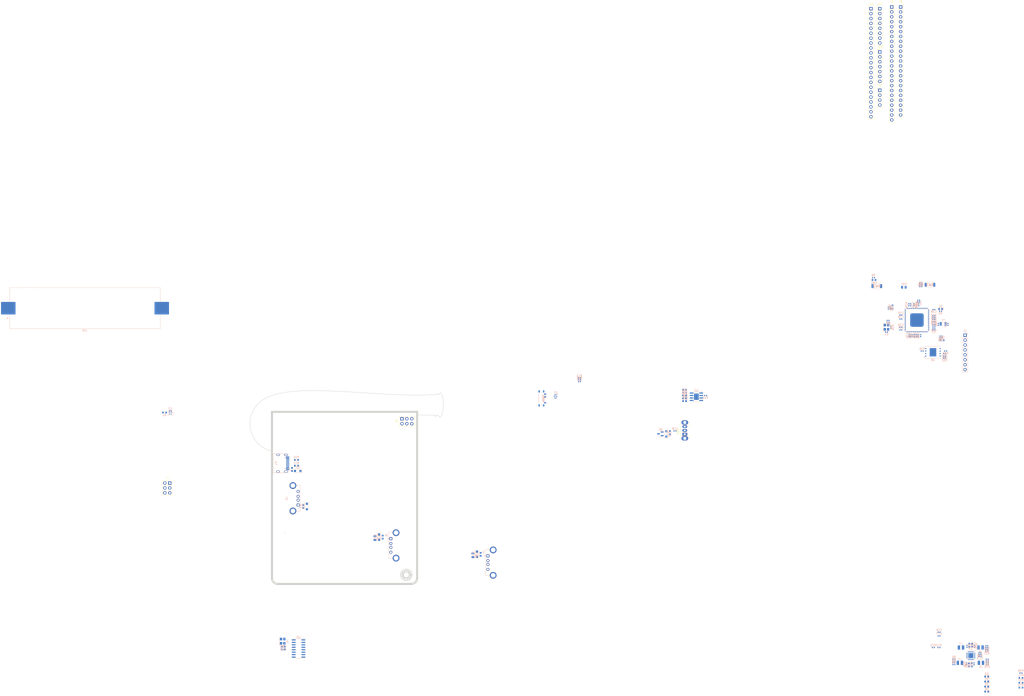
<source format=kicad_pcb>
(kicad_pcb (version 20241229) (generator "pcbnew") (generator_version "9.0")
  (layers (0 "F.Cu" signal) (2 "B.Cu" signal) (13 "F.Paste" user) (15 "B.Paste" user) (5 "F.SilkS" user "F.Silkscreen") (7 "B.SilkS" user "B.Silkscreen") (1 "F.Mask" user) (3 "B.Mask" user) (25 "Edge.Cuts" user))
  (net 0 "")
  (net 1 "Net-(U8A-CODEC_VCM)")
  (net 2 "GND")
  (net 3 "Net-(C3-Pad1)")
  (net 4 "/MCU/X24MIN")
  (net 5 "Net-(C5-Pad1)")
  (net 6 "/MCU/X32KOUT")
  (net 7 "/Buck_Converter/FB1")
  (net 8 "+3V3")
  (net 9 "+1V8")
  (net 10 "/Buck_Converter/FB2")
  (net 11 "/Buck_Converter/v_0.9v")
  (net 12 "/Buck_Converter/FB3")
  (net 13 "+5V")
  (net 14 "/Buck_Converter/VCC_DDR")
  (net 15 "/Buck_Converter/FB4")
  (net 16 "/MCU/USB_DET")
  (net 17 "/MCU/X32KIN")
  (net 18 "/MCU/VDD_ARM")
  (net 19 "/Buck_Converter/EN3")
  (net 20 "/Buck_Converter/EN2")
  (net 21 "/MCU/NPOR")
  (net 22 "/Buck_Converter/EN4")
  (net 23 "/MCU/VCC1V8_CODEC")
  (net 24 "/MCU/VCC1V8_OTP")
  (net 25 "/Buck_Converter/EN1")
  (net 26 "Net-(D1-A)")
  (net 27 "Net-(D2-A)")
  (net 28 "Net-(D3-A)")
  (net 29 "Net-(D4-A)")
  (net 30 "Net-(D5-A)")
  (net 31 "Net-(D6-A)")
  (net 32 "Net-(F1-Pad1)")
  (net 33 "Net-(U3-VDD18)")
  (net 34 "Net-(U3-VDD3)")
  (net 35 "/MCU/DEBUG_TX")
  (net 36 "/MCU/DEBUG_RX")
  (net 37 "/Buck_Converter/LX1")
  (net 38 "/Buck_Converter/LX2")
  (net 39 "/Buck_Converter/LX3")
  (net 40 "/Buck_Converter/LX4")
  (net 41 "/MCU/D-")
  (net 42 "Net-(P4-CC)")
  (net 43 "/MCU/D+")
  (net 44 "Net-(P4-VCONN)")
  (net 45 "/MCU/SZQ")
  (net 46 "/MCU/LED")
  (net 47 "Net-(U8A-SARADC_USB_AVDD1V8)")
  (net 48 "/MCU/FSPI_SCK")
  (net 49 "Net-(U8B-EMMC_CLK{slash}FSPI_CLK{slash}GPIO4_B1_D)")
  (net 50 "/MCU/X24MOUT")
  (net 51 "/MCU/RECOVERY")
  (net 52 "Net-(U8A-RTC_AVDD3V3)")
  (net 53 "Net-(U8A-SARADC_IN0{slash}GPI4_C0_Z)")
  (net 54 "Net-(U8A-SDMMC0_DET{slash}GPIO3_A1_U)")
  (net 55 "/MCU/FSPI_D3")
  (net 56 "/MCU/FSPI_D2")
  (net 57 "/MCU/FSPI_CS0N")
  (net 58 "/MCU/FSPI_D0")
  (net 59 "/MCU/FSPI_D1")
  (net 62 "+BATT")
  (net 63 "/MCU/GPIO0_A2_D")
  (net 64 "Net-(D14-K)")
  (net 65 "/MCU/GPIO0_A5_D")
  (net 66 "/MCU/GPIO3_A6_U")
  (net 67 "/MCU/GPIO3_A4_D")
  (net 68 "/MCU/GPIO3_A2_U")
  (net 69 "/MCU/GPIO1_A2_D")
  (net 70 "/MCU/GPIO1_A4_D")
  (net 71 "VBUS")
  (net 72 "Net-(D7-DIN)")
  (net 73 "/MCU/GPIO0_A6_D")
  (net 74 "Net-(D12-K)")
  (net 75 "Net-(D13-A)")
  (net 76 "/MCU/GPIO3_A3_U")
  (net 77 "Net-(J3-VBUS)")
  (net 78 "/MCU/GPIO1_B1_D")
  (net 79 "/MCU/GPIO3_A7_U")
  (net 80 "/USB/1_DM")
  (net 81 "/USB/1_DP")
  (net 82 "/MCU/GPIO3_A5_U")
  (net 83 "/MCU/GPIO1_A3_D")
  (net 84 "/MCU/GPIO3_B0_D")
  (net 85 "/MCU/GPIO3_B1_D")
  (net 86 "/MCU/GPIO3_D1_D")
  (net 87 "/MCU/GPIO4_A5_U")
  (net 88 "/MCU/GPIO3_C3_D")
  (net 89 "/MCU/GPIO3_B6_D")
  (net 90 "/MCU/GPIO2_A7_D")
  (net 91 "/MCU/GPIO4_C1_Z")
  (net 92 "/MCU/ETH_PHY_TXN")
  (net 93 "/MCU/DIN_IR")
  (net 94 "/MCU/GPIO1_D3_D")
  (net 95 "/MCU/CODEC_MIC0P")
  (net 96 "/MCU/GPIO2_A0_D_2")
  (net 97 "/MCU/GPIO1_C7_D")
  (net 98 "/MCU/CODEC_MICBIAS")
  (net 99 "/MCU/GPIO4_A7_U")
  (net 100 "/MCU/GPIO3_C1_D")
  (net 101 "/MCU/GPIO3_B4_D")
  (net 102 "/MCU/GPIO3_B7_D")
  (net 103 "/MCU/GPIO1_C1_D")
  (net 104 "/MCU/GPIO4_A1_U")
  (net 105 "/MCU/GPIO3_D2_D")
  (net 106 "/MCU/CODEC_MIC1N")
  (net 107 "/MCU/GPIO1_C0_D")
  (net 108 "Net-(D15-K)")
  (net 109 "/MCU/GPIO3_C7_D")
  (net 110 "/MCU/GPIO1_C4_D")
  (net 111 "/MCU/GPIO3_C0_D")
  (net 112 "/MCU/GPIO1_C5_D")
  (net 113 "/MCU/GPIO3_B5_D")
  (net 114 "/MCU/GPIO2_B1_D_2")
  (net 115 "/MCU/GPIO2_A3_D")
  (net 116 "/MCU/GPIO2_A_2_D")
  (net 117 "/MCU/ETH_PHY_TXP")
  (net 118 "/MCU/GPIO1_C3_D")
  (net 119 "/MCU/GPIO3_C2_D")
  (net 120 "/MCU/GPIO3_C4_D")
  (net 121 "/MCU/GPIO3_C5_D")
  (net 122 "/MCU/GPIO1_D1_D")
  (net 123 "/MCU/ETH_EXTR")
  (net 124 "/MCU/GPIO4_A0_U")
  (net 125 "/MCU/GPIO2_A0_D_1")
  (net 126 "/MCU/ETH_PHY_RXN")
  (net 127 "/MCU/GPIO2_B1_D_1")
  (net 128 "Net-(D16-K)")
  (net 129 "Net-(J4-VBUS)")
  (net 130 "/MCU/GPIO3_B3_D")
  (net 131 "/MCU/GPIO3_D3_D")
  (net 132 "/MCU/GPIO2_A6_D")
  (net 133 "/MCU/GPIO1_B0_D")
  (net 134 "/MCU/GPIO3_B2_D")
  (net 135 "/MCU/CODEC_MIC0N")
  (net 136 "/MCU/GPIO3_D0_D")
  (net 137 "Net-(J6-VBUS)")
  (net 138 "/MCU/GPIO1_D0_D")
  (net 139 "/MCU/GPIO2_A4_D")
  (net 140 "/USB/2_DP")
  (net 141 "/MCU/GPIO1_D2_D")
  (net 142 "/USB/2_DM")
  (net 143 "/MCU/ETH_PHY_RXP")
  (net 144 "/MCU/CODEC_LINEOUT")
  (net 145 "/MCU/GPIO1_C6_D")
  (net 146 "/MCU/GPIO2_A5_D")
  (net 147 "/MCU/CODEC_MIC1P")
  (net 148 "/USB/3_DP")
  (net 149 "/USB/3_DM")
  (net 150 "/USB/4_DM")
  (net 151 "/USB/4_DP")
  (net 156 "/MCU/ETH_AVDD3V3")
  (net 157 "/USB/S")
  (net 160 "/USB/XOUT")
  (net 162 "/USB/XIN")
  (net 165 "Net-(D16-A)")
  (net 166 "Net-(D8-K)")
  (net 167 "/Add-On/SCL")
  (net 168 "/Add-On/SDA")
  (net 169 "Net-(U2-PROG)")
  (net 171 "/MCU/GPIO0_A4_D")
  (net 172 "/MCU/GPIO0_A0_Z")
  (net 173 "/MCU/GPIO0_A1_D")
  (net 174 "/MCU/GPIO0_A3_U")
  (footprint "Connector_PinHeader_2.54mm:PinHeader_1x08_P2.54mm_Vertical" (layer "F.Cu") (at 414.92 -168.16)
    (property "Reference" "J12")
    (property "Value" "CODEC")
  )
  (footprint "Connector_PinSocket_2.54mm:PinSocket_2x03_P2.54mm_Vertical" (layer "F.Cu") (at 167.76 43.96 90)
    (property "Reference" "J9")
    (property "Value" "Add_On")
  )
  (footprint "Button_Switch_THT:SW_Slide_SPDT_Angled_CK_OS102011MA1Q" (layer "F.Cu") (at 314.04 51.97 90)
    (property "Reference" "SW1")
    (property "Value" "ON")
  )
  (footprint "Connector_PinHeader_2.54mm:PinHeader_1x04_P2.54mm_Vertical" (layer "F.Cu") (at 414.92 -125.94)
    (property "Reference" "J2")
    (property "Value" "Conn_01x04")
  )
  (footprint "Connector_PinHeader_2.54mm:PinHeader_1x07_P2.54mm_Vertical" (layer "F.Cu") (at 414.92 -145.78)
    (property "Reference" "J13")
    (property "Value" "ETH")
  )
  (footprint "Connector_PinSocket_2.54mm:PinSocket_1x24_P2.54mm_Vertical" (layer "F.Cu") (at 421.06 -169.02)
    (property "Reference" "J5")
    (property "Value" "3V3")
  )
  (footprint "Connector_PinSocket_2.54mm:PinSocket_2x03_P2.54mm_Vertical" (layer "F.Cu") (at 47.66 77.197)
    (property "Reference" "J7")
    (property "Value" "Add_On")
  )
  (footprint "Connector_PinSocket_2.54mm:PinSocket_1x23_P2.54mm_Vertical" (layer "F.Cu") (at 425.66 -169.02)
    (property "Reference" "J8")
    (property "Value" "3V3")
  )
  (footprint "Connector_PinHeader_2.54mm:PinHeader_1x23_P2.54mm_Vertical" (layer "F.Cu") (at 410.33 -168.15)
    (property "Reference" "J14")
    (property "Value" "+1V8")
  )
  (footprint "Footprints:TS1088R02026" (layer "B.Cu") (at 413.345 -24.65 180)
    (property "Reference" "SW2")
    (property "Value" "SW_Push" (hide yes))
  )
  (footprint "Resistor_SMD:R_0402_1005Metric" (layer "B.Cu") (at 446.31 -11.64)
    (property "Reference" "R3")
    (property "Value" "100")
  )
  (footprint "Capacitor_SMD:C_0402_1005Metric" (layer "B.Cu") (at 436.13 -25.34 180)
    (property "Reference" "C5")
    (property "Value" "1nF")
  )
  (footprint "Diode_SMD:D_SOD-123F" (layer "B.Cu") (at 155.92 105.17 -90)
    (property "Reference" "D15")
    (property "Value" "1N5817")
  )
  (footprint "Capacitor_SMD:C_0603_1608Metric" (layer "B.Cu") (at 313.9225 34.8 180)
    (property "Reference" "C71")
    (property "Value" "10uF")
  )
  (footprint "Package_SON:WSON-8-1EP_8x6mm_P1.27mm_EP3.4x4.3mm" (layer "B.Cu") (at 442.4 9.555)
    (property "Reference" "U6")
    (property "Value" "W25N02KVZEIR")
  )
  (footprint "Resistor_SMD:R_0402_1005Metric" (layer "B.Cu") (at 436.13 -24.41 180)
    (property "Reference" "R25")
    (property "Value" "100")
  )
  (footprint "Resistor_SMD:R_0402_1005Metric" (layer "B.Cu") (at 259.58 22.88 180)
    (property "Reference" "R13")
    (property "Value" "10K")
  )
  (footprint "Connector_USB:USB_A_Connfly_DS1095" (layer "B.Cu") (at 162 105.96 -90)
    (property "Reference" "J6")
    (property "Value" "USB_A")
  )
  (footprint "Capacitor_SMD:C_0402_1005Metric" (layer "B.Cu") (at 430.12 0.95 -90)
    (property "Reference" "C34")
    (property "Value" "10uF")
  )
  (footprint "Resistor_SMD:R_0402_1005Metric" (layer "B.Cu") (at 436.13 -26.27)
    (property "Reference" "R26")
    (property "Value" "10K")
  )
  (footprint "Capacitor_SMD:C_0402_1005Metric" (layer "B.Cu") (at 434.99 -16.44)
    (property "Reference" "C48")
    (property "Value" "10uF")
  )
  (footprint "Capacitor_SMD:C_0603_1608Metric" (layer "B.Cu") (at 462.655 161.0675 90)
    (property "Reference" "C58")
    (property "Value" "47uF")
  )
  (footprint "Resistor_SMD:R_0805_2012Metric" (layer "B.Cu") (at 427.3525 -24.06 180)
    (property "Reference" "R34")
    (property "Value" "6K")
  )
  (footprint "Capacitor_SMD:C_0402_1005Metric" (layer "B.Cu") (at 470.46 169.25)
    (property "Reference" "C9")
    (property "Value" "220pf")
  )
  (footprint "Connector_PinHeader_2.54mm:PinHeader_1x08_P2.54mm_Vertical" (layer "B.Cu") (at 459 0.73 180)
    (property "Reference" "J1")
    (property "Value" "Flash")
  )
  (footprint "LED_SMD:LED_0603_1608Metric" (layer "B.Cu") (at 470.175 177.28 180)
    (property "Reference" "D3")
    (property "Value" "LED")
  )
  (footprint "Capacitor_SMD:C_0402_1005Metric" (layer "B.Cu") (at 419.18 -6.91)
    (property "Reference" "C3")
    (property "Value" "18pF")
  )
  (footprint "Capacitor_SMD:C_0402_1005Metric" (layer "B.Cu") (at 434.99 -17.36)
    (property "Reference" "C49")
    (property "Value" "100nF")
  )
  (footprint "Capacitor_SMD:C_0402_1005Metric" (layer "B.Cu") (at 259.58 24.75 180)
    (property "Reference" "C54")
    (property "Value" "100nF")
  )
  (footprint "LED_SMD:LED_0603_1608Metric" (layer "B.Cu") (at 313.8825 31.88 180)
    (property "Reference" "D16")
    (property "Value" "LED")
  )
  (footprint "Package_SO:SOIC-8-1EP_3.9x4.9mm_P1.27mm_EP2.41x3.3mm_ThermalVias" (layer "B.Cu") (at 320.04 32.55 180)
    (property "Reference" "U2")
    (property "Value" "TP4056")
  )
  (footprint "Battery:BatteryHolder_Keystone_1042_1x18650" (layer "B.Cu") (at 3.83 -13.24)
    (property "Reference" "J10")
    (property "Value" "Battery")
  )
  (footprint "Capacitor_SMD:C_0402_1005Metric" (layer "B.Cu") (at 442.84 -9.38)
    (property "Reference" "C23")
    (property "Value" "100nF")
  )
  (footprint "Resistor_SMD:R_0402_1005Metric" (layer "B.Cu") (at 442.86 -6.22 180)
    (property "Reference" "R27")
    (property "Value" "100")
  )
  (footprint "Capacitor_SMD:C_0402_1005Metric" (layer "B.Cu") (at 442.84 -7.51)
    (property "Reference" "C41")
    (property "Value" "100nF")
  )
  (footprint "Capacitor_SMD:C_0402_1005Metric" (layer "B.Cu") (at 466.69 165.84)
    (property "Reference" "C14")
    (property "Value" "100nF")
  )
  (footprint "Resistor_SMD:R_0402_1005Metric" (layer "B.Cu") (at 470.245 164.1)
    (property "Reference" "R21")
    (property "Value" "200K")
  )
  (footprint "Capacitor_SMD:C_0402_1005Metric" (layer "B.Cu") (at 453.23 171.09 180)
    (property "Reference" "C8")
    (property "Value" "22uf")
  )
  (footprint "Capacitor_SMD:C_0402_1005Metric" (layer "B.Cu") (at 470.245 162.23)
    (property "Reference" "C11")
    (property "Value" "220pf")
  )
  (footprint "Resistor_SMD:R_0402_1005Metric" (layer "B.Cu") (at 324.82 31.91)
    (property "Reference" "R32")
    (property "Value" "10K")
  )
  (footprint "Resistor_SMD:R_0603_1608Metric" (layer "B.Cu") (at 487.905 182.99 180)
    (property "Reference" "R43")
    (property "Value" "50")
  )
  (footprint "Resistor_SMD:R_0402_1005Metric" (layer "B.Cu") (at 487.905 175.46 180)
    (property "Reference" "R39")
    (property "Value" "330")
  )
  (footprint "Connector_USB:USB_A_Connfly_DS1095" (layer "B.Cu") (at 114.0725 88.57 90)
    (property "Reference" "J3")
    (property "Value" "USB_A")
  )
  (footprint "Capacitor_SMD:C_0402_1005Metric" (layer "B.Cu") (at 442.84 -2.03)
    (property "Reference" "C1")
    (property "Value" "4.7uf")
  )
  (footprint "Resistor_SMD:R_0402_1005Metric" (layer "B.Cu") (at 442.86 -4.82 180)
    (property "Reference" "R30")
    (property "Value" "0R")
  )
  (footprint "Footprints:WS2812E-1313" (layer "B.Cu") (at 47.95 41.135 180)
    (property "Reference" "D7")
    (property "Value" "WS2812E-1313")
  )
  (footprint "Capacitor_SMD:C_0402_1005Metric" (layer "B.Cu") (at 470.46 171.11)
    (property "Reference" "C10")
    (property "Value" "22uf")
  )
  (footprint "Resistor_SMD:R_0603_1608Metric" (layer "B.Cu") (at 113.21 65.21 180)
    (property "Reference" "R15")
    (property "Value" "5k1")
  )
  (footprint "Capacitor_SMD:C_0805_2012Metric" (layer "B.Cu") (at 153.79 105.67 90)
    (property "Reference" "C57")
    (property "Value" "100uF")
  )
  (footprint "Capacitor_SMD:C_0402_1005Metric" (layer "B.Cu") (at 425.78 -9.72 180)
    (property "Reference" "C40")
    (property "Value" "1uF")
  )
  (footprint "Package_SO:SOP-16_3.9x9.9mm_P1.27mm" (layer "B.Cu") (at 114.28 162.775 180)
    (property "Reference" "U3")
    (property "Value" "SL2.1A")
  )
  (footprint "Capacitor_SMD:C_0402_1005Metric" (layer "B.Cu") (at 47.95 39.86 180)
    (property "Reference" "C2")
    (property "Value" "100nF")
  )
  (footprint "Capacitor_SMD:C_0402_1005Metric" (layer "B.Cu") (at 419.34 -13.3 90)
    (property "Reference" "C64")
    (property "Value" "10uF")
  )
  (footprint "Diode_SMD:D_SOD-123F" (layer "B.Cu") (at 113.8375 70.94 180)
    (property "Reference" "D2")
    (property "Value" "1N5817")
  )
  (footprint "Capacitor_SMD:C_0402_1005Metric" (layer "B.Cu") (at 448.395 11.6)
    (property "Reference" "C51")
    (property "Value" "10uF")
  )
  (footprint "Capacitor_SMD:C_0402_1005Metric" (layer "B.Cu") (at 425.78 -2.02 180)
    (property "Reference" "C24")
    (property "Value" "10uF")
  )
  (footprint "Resistor_SMD:R_0402_1005Metric" (layer "B.Cu") (at 453.23 168.3 180)
    (property "Reference" "R5")
    (property "Value" "110K")
  )
  (footprint "Crystal:Crystal_SMD_3215-2Pin_3.2x1.5mm" (layer "B.Cu") (at 447.66 -5.14 180)
    (property "Reference" "Y1")
    (property "Value" "Crystal")
  )
  (footprint "Resistor_SMD:R_0603_1608Metric" (layer "B.Cu") (at 306.37 51.165 -90)
    (property "Reference" "R11")
    (property "Value" "100K")
  )
  (footprint "Resistor_SMD:R_0402_1005Metric" (layer "B.Cu") (at 459.795 170.6975 -90)
    (property "Reference" "R38")
    (property "Value" "100K")
  )
  (footprint "Diode_SMD:D_SOD-123F" (layer "B.Cu") (at 304.49 51.7375 90)
    (property "Reference" "D12")
    (property "Value" "MBR120")
  )
  (footprint "Footprints:TS1088R02026" (layer "B.Cu") (at 440.845 -25.33 180)
    (property "Reference" "SW3")
    (property "Value" "SW_Push" (hide yes))
  )
  (footprint "LED_SMD:LED_0603_1608Metric" (layer "B.Cu") (at 313.8825 33.34 180)
    (property "Reference" "D8")
    (property "Value" "LED")
  )
  (footprint "Capacitor_SMD:C_0402_1005Metric" (layer "B.Cu") (at 466.69 164.92)
    (property "Reference" "C15")
    (property "Value" "100nF")
  )
  (footprint "Resistor_SMD:R_0402_1005Metric" (layer "B.Cu") (at 442.86 -8.45 180)
    (property "Reference" "R33")
    (property "Value" "10K")
  )
  (footprint "Capacitor_SMD:C_0402_1005Metric" (layer "B.Cu") (at 425.78 -7.63 180)
    (property "Reference" "C26")
    (property "Value" "100nF")
  )
  (footprint "Fuse:Fuse_0603_1608Metric" (layer "B.Cu") (at 208.46 114.0625 -90)
    (property "Reference" "F3")
    (property "Value" "750mA")
  )
  (footprint "Resistor_SMD:R_0402_1005Metric" (layer "B.Cu") (at 463.855 161.6175 90)
    (property "Reference" "R20")
    (property "Value" "100K")
  )
  (footprint "Capacitor_SMD:C_0402_1005Metric" (layer "B.Cu") (at 433.82 0.95 -90)
    (property "Reference" "C36")
    (property "Value" "100nF")
  )
  (footprint "Crystal:Crystal_SMD_3225-4Pin_3.2x2.5mm" (layer "B.Cu") (at 418.36 -3.41 90)
    (property "Reference" "Y2")
    (property "Value" "24MHz")
  )
  (footprint "Crystal:Crystal_SMD_3225-4Pin_3.2x2.5mm" (layer "B.Cu") (at 106.07 158.98 90)
    (property "Reference" "Y5")
    (property "Value" "12MHz")
  )
  (footprint "Resistor_SMD:R_0402_1005Metric" (layer "B.Cu") (at 420.58 -3.4 90)
    (property "Reference" "R18")
    (property "Value" "1M")
  )
  (footprint "Package_DFN_QFN:UQFN-10_1.3x1.8mm_P0.4mm" (layer "B.Cu") (at 247.195 32.38 180)
    (property "Reference" "U1")
    (property "Value" "USB3740B-AI9")
  )
  (footprint "Resistor_SMD:R_0402_1005Metric" (layer "B.Cu") (at 429.86 -15.04 -90)
    (property "Reference" "R29")
    (property "Value" "10K")
  )
  (footprint "Resistor_SMD:R_0603_1608Metric" (layer "B.Cu") (at 44.96 40.74)
    (property "Reference" "R4")
    (property "Value" "470R")
  )
  (footprint "Resistor_SMD:R_0402_1005Metric" (layer "B.Cu") (at 445.505 162.25 180)
    (property "Reference" "R12")
    (property "Value" "100K")
  )
  (footprint "Inductor_SMD:L_1008_2520Metric" (layer "B.Cu") (at 467.005 162.23)
    (property "Reference" "L6")
    (property "Value" "1.5uH")
  )
  (footprint "Footprints:RV1106G3" (layer "B.Cu") (at 434.105 -7.105 180)
    (property "Reference" "U8")
    (property "Value" "~")
  )
  (footprint "Resistor_SMD:R_0402_1005Metric" (layer "B.Cu") (at 470.48 168.32)
    (property "Reference" "R7")
    (property "Value" "100K")
  )
  (footprint "Footprints:MSK12C02" (layer "B.Cu") (at 239.88 33.425 90)
    (property "Reference" "SW4")
    (property "Value" "On" (hide yes))
  )
  (footprint "Capacitor_SMD:C_0603_1608Metric" (layer "B.Cu") (at 313.9225 28.96)
    (property "Reference" "C70")
    (property "Value" "10uF")
  )
  (footprint "Capacitor_SMD:C_0603_1608Metric" (layer "B.Cu") (at 106.35 161.81)
    (property "Reference" "C19")
    (property "Value" "10uF")
  )
  (footprint "Capacitor_SMD:C_0603_1608Metric" (layer "B.Cu") (at 460.995 171.2475 -90)
    (property "Reference" "C86")
    (property "Value" "47uF")
  )
  (footprint "Capacitor_SMD:C_0402_1005Metric" (layer "B.Cu") (at 431.04 0.95 -90)
    (property "Reference" "C27")
    (property "Value" "1uF")
  )
  (footprint "Resistor_SMD:R_0402_1005Metric" (layer "B.Cu") (at 436.83 8.92 180)
    (property "Reference" "R36")
    (property "Value" "10K")
  )
  (footprint "Capacitor_SMD:C_0805_2012Metric" (layer "B.Cu") (at 204.45 114.57 90)
    (property "Reference" "C56")
    (property "Value" "100uF")
  )
  (footprint "Package_DFN_QFN:VQFN-24-1EP_4x4mm_P0.5mm_EP2.5x2.5mm" (layer "B.Cu") (at 461.96 166.4225 180)
    (property "Reference" "U7")
    (property "Value" "EA3059")
  )
  (footprint "Resistor_SMD:R_0402_1005Metric" (layer "B.Cu") (at 432.89 0.97 -90)
    (property "Reference" "R2")
    (property "Value" "240R")
  )
  (footprint "Diode_SMD:D_SOD-123F" (layer "B.Cu") (at 206.58 114.07 -90)
    (property "Reference" "D14")
    (property "Value" "1N5817")
  )
  (footprint "LED_SMD:LED_0603_1608Metric" (layer "B.Cu") (at 470.175 179.87 180)
    (property "Reference" "D4")
    (property "Value" "LED")
  )
  (footprint "Capacitor_SMD:C_0402_1005Metric" (layer "B.Cu") (at 445.565 156.31 180)
    (property "Reference" "C17")
    (property "Value" "22uf")
  )
  (footprint "Capacitor_SMD:C_0402_1005Metric" (layer "B.Cu") (at 436.02 0.95 -90)
    (property "Reference" "C38")
    (property "Value" "10uF")
  )
  (footprint "Fuse:Fuse_0603_1608Metric" (layer "B.Cu") (at 110.9 70.1575 -90)
    (property "Reference" "F1")
    (property "Value" "750mA")
  )
  (footprint "Package_TO_SOT_SMD:SOT-23" (layer "B.Cu") (at 301.385 51.745 180)
    (property "Reference" "Q1")
    (property "Value" "DMG3415U-7")
  )
  (footprint "Capacitor_SMD:C_0603_1608Metric" (layer "B.Cu") (at 411.91 -27.84)
    (property "Reference" "C60")
    (property "Value" "10uF")
  )
  (footprint "Inductor_SMD:L_1008_2520Metric" (layer "B.Cu") (at 467.22 170.17)
    (property "Reference" "L5")
    (property "Value" "1.5uH")
  )
  (footprint "LED_SMD:LED_0603_1608Metric" (layer "B.Cu") (at 470.175 185.05 180)
    (property "Reference" "D6")
    (property "Value" "LED")
  )
  (footprint "Capacitor_SMD:C_0402_1005Metric" (layer "B.Cu") (at 446.54 2.14)
    (property "Reference" "C63")
    (property "Value" "100nF")
  )
  (footprint "Resistor_SMD:R_0402_1005Metric" (layer "B.Cu") (at 459.995 161.6175 90)
    (property "Reference" "R24")
    (property "Value" "100K")
  )
  (footprint "Inductor_SMD:L_1008_2520Metric" (layer "B.Cu") (at 456.325 170.18 180)
    (property "Reference" "L4")
    (property "Value" "1.5uH")
  )
  (footprint "Capacitor_SMD:C_0402_1005Metric" (layer "B.Cu") (at 450.12 -4.9 -90)
    (property "Reference" "C20")
    (property "Value" "18pF")
  )
  (footprint "Resistor_SMD:R_0603_1608Metric" (layer "B.Cu") (at 313.9225 30.42 180)
    (property "Reference" "R31")
    (property "Value" "2k")
  )
  (footprint "Resistor_SMD:R_0402_1005Metric" (layer "B.Cu") (at 463.655 170.6975 -90)
    (property "Reference" "R22")
    (property "Value" "100K")
  )
  (footprint "Capacitor_SMD:C_0402_1005Metric" (layer "B.Cu") (at 418.36 -0.85)
    (property "Reference" "C4")
    (property "Value" "18pF")
  )
  (footprint "Footprints:C393939" (layer "B.Cu") (at 107.8175 66.96 90)
    (property "Reference" "P4")
    (property "Value" "USB_C_Plug_USB2.0" (hide yes))
  )
  (footprint "Capacitor_SMD:C_0402_1005Metric" (layer "B.Cu") (at 309.01 50.23 180)
    (property "Reference" "C18")
    (property "Value" "10uF")
  )
  (footprint "Resistor_SMD:R_0402_1005Metric" (layer "B.Cu") (at 442.595 162.25 180)
    (property "Reference" "R23")
    (property "Value" "200K")
  )
  (footprint "Capacitor_SMD:C_0603_1608Metric" (layer "B.Cu") (at 106.35 163.27 180)
    (property "Reference" "C55")
    (property "Value" "10uF")
  )
  (footprint "Capacitor_SMD:C_0402_1005Metric" (layer "B.Cu") (at 434.74 0.95 -90)
    (property "Reference" "C35")
    (property "Value" "1uF")
  )
  (footprint "Resistor_SMD:R_0603_1608Metric" (layer "B.Cu") (at 487.905 177.97 180)
    (property "Reference" "R41")
    (property "Value" "50")
  )
  (footprint "Resistor_SMD:R_0402_1005Metric" (layer "B.Cu") (at 453.23 169.24 180)
    (property "Reference" "R1")
    (property "Value" "510K")
  )
  (footprint "LED_SMD:LED_0603_1608Metric" (layer "B.Cu") (at 470.175 182.46 180)
    (property "Reference" "D5")
    (property "Value" "LED")
  )
  (footprint "Resistor_SMD:R_0402_1005Metric" (layer "B.Cu") (at 470.48 170.18)
    (property "Reference" "R8")
    (property "Value" "200K")
  )
  (footprint "Resistor_SMD:R_0402_1005Metric" (layer "B.Cu") (at 411.65 -29.04 180)
    (property "Reference" "R9")
    (property "Value" "100K")
  )
  (footprint "Capacitor_SMD:C_0402_1005Metric" (layer "B.Cu") (at 442.84 -12.53)
    (property "Reference" "C28")
    (property "Value" "10uF")
  )
  (footprint "Capacitor_SMD:C_0402_1005Metric" (layer "B.Cu") (at 448.395 12.52)
    (property "Reference" "C52")
    (property "Value" "100nF")
  )
  (footprint "Capacitor_SMD:C_0402_1005Metric" (layer "B.Cu") (at 430.79 -15.02 90)
    (property "Reference" "C25")
    (property "Value" "1uF")
  )
  (footprint "Connector_USB:USB_A_Connfly_DS1095" (layer "B.Cu") (at 212.2175 114.85 -90)
    (property "Reference" "J4")
    (property "Value" "USB_A")
  )
  (footprint "Resistor_SMD:R_0402_1005Metric" (layer "B.Cu") (at 470.245 163.16)
    (property "Reference" "R6")
    (property "Value" "100K")
  )
  (footprint "Capacitor_SMD:C_0402_1005Metric" (layer "B.Cu") (at 420.26 -13.3 90)
    (property "Reference" "C65")
    (property "Value" "100nF")
  )
  (footprint "Resistor_SMD:R_0402_1005Metric" (layer "B.Cu") (at 442.86 -3.88 180)
    (property "Reference" "R10")
    (property "Value" "0R")
  )
  (footprint "Fuse:Fuse_0603_1608Metric" (layer "B.Cu") (at 116.7 89.3575 -90)
    (property "Reference" "F2")
    (property "Value" "750mA")
  )
  (footprint "Capacitor_SMD:C_0402_1005Metric" (layer "B.Cu") (at 445.2 -4.9 -90)
    (property "Reference" "C6")
    (property "Value" "18pF")
  )
  (footprint "Capacitor_SMD:C_0402_1005Metric" (layer "B.Cu") (at 442.84 -2.95)
    (property "Reference" "C42")
    (property "Value" "100nF")
  )
  (footprint "Capacitor_SMD:C_0402_1005Metric" (layer "B.Cu") (at 431.96 0.95 -90)
    (property "Reference" "C29")
    (property "Value" "1uF")
  )
  (footprint "Capacitor_SMD:C_0402_1005Metric" (layer "B.Cu") (at 453.23 170.17 180)
    (property "Reference" "C7")
    (property "Value" "220pf")
  )
  (footprint "Inductor_SMD:L_1008_2520Metric" (layer "B.Cu") (at 456.89 162.25 180)
    (property "Reference" "L7")
    (property "Value" "1.5uH")
  )
  (footprint "Capacitor_SMD:C_0402_1005Metric" (layer "B.Cu") (at 445.565 154.34 180)
    (property "Reference" "C16")
    (property "Value" "220pf")
  )
  (footprint "Capacitor_SMD:C_0402_1005Metric" (layer "B.Cu") (at 466.69 166.76)
    (property "Reference" "C13")
    (property "Value" "100nF")
  )
  (footprint "Resistor_SMD:R_0402_1005Metric" (layer "B.Cu") (at 434.99 -15.04 -90)
    (property "Reference" "R28")
    (property "Value" "0R")
  )
  (footprint "Diode_SMD:D_SOD-123F" (layer "B.Cu") (at 118.58 89.35 -90)
    (property "Reference" "D13")
    (property "Value" "1N5817")
  )
  (footprint "Capacitor_SMD:C_0402_1005Metric" (layer "B.Cu") (at 432.54 -15.02 90)
    (property "Reference" "C39")
    (property "Value" "1uF")
  )
  (footprint "Resistor_SMD:R_0402_1005Metric" (layer "B.Cu") (at 419.18 -5.98)
    (property "Reference" "R17")
    (property "Value" "22")
  )
  (footprint "Capacitor_SMD:C_0402_1005Metric" (layer "B.Cu") (at 425.78 -3.43 180)
    (property "Reference" "C30")
    (property "Value" "1uF")
  )
  (footprint "Resistor_SMD:R_0603_1608Metric" (layer "B.Cu") (at 487.905 180.48 180)
    (property "Reference" "R42")
    (property "Value" "50")
  )
  (footprint "Resistor_SMD:R_0603_1608Metric" (layer "B.Cu") (at 113.2 68.22 180)
    (property "Reference" "R14")
    (property "Value" "5k1")
  )
  (footprint "LED_SMD:LED_0603_1608Metric" (layer "B.Cu") (at 446.31 -12.84 180)
    (property "Reference" "D1")
    (property "Value" "LED")
  )
  (footprint "Inductor_SMD:L_0603_1608Metric" (layer "B.Cu") (at 421.46 -13.8725 -90)
    (property "Reference" "FB2")
    (property "Value" "120R@100M")
  )
  (footprint "Capacitor_SMD:C_0603_1608Metric" (layer "B.Cu") (at 462.455 171.2475 -90)
    (property "Reference" "C59")
    (property "Value" "47uF")
  )
  (footprint "Capacitor_SMD:C_0603_1608Metric" (layer "B.Cu") (at 461.195 161.0675 90)
    (property "Reference" "C61")
    (property "Value" "47uF")
  )
  (footprint "Resistor_SMD:R_0402_1005Metric" (layer "B.Cu") (at 448.97 8.92)
    (property "Reference" "R16")
    (property "Value" "22")
  )
  (footprint "Capacitor_SMD:C_0402_1005Metric" (layer "B.Cu") (at 470.245 161.31)
    (property "Reference" "C12")
    (property "Value" "22uf")
  )
  (footprint "Fuse:Fuse_0603_1608Metric" (layer "B.Cu") (at 157.8 105.165 -90)
    (property "Reference" "F4")
    (property "Value" "750mA")
  )
  (footprint "Inductor_SMD:L_0603_1608Metric" (layer "B.Cu") (at 447.11 3.33 180)
    (property "Reference" "FB1")
    (property "Value" "120R@100M")
  )
  (footprint "Resistor_SMD:R_0402_1005Metric" (layer "B.Cu") (at 448.42 10.19)
    (property "Reference" "R35")
    (property "Value" "10K")
  )
  (footprint "Resistor_SMD:R_0402_1005Metric" (layer "B.Cu") (at 259.58 23.82 180)
    (property "Reference" "R19")
    (property "Value" "18k")
  )
  (footprint "Capacitor_SMD:C_0402_1005Metric" (layer "B.Cu") (at 446.54 1.22)
    (property "Reference" "C62")
    (property "Value" "10uF")
  )
  (gr_line (start 171.927416 124.03618) (end 171.976853 124.223121) (stroke (width 0.2)) (layer "Edge.Cuts"))
  (gr_line (start 175.596357 126.385665) (end 175.596357 40.374326) (stroke (width 1.06)) (layer "Edge.Cuts"))
  (gr_curve (pts (xy 185.418088 42.530094) (xy 185.42515 42.526562) (xy 185.432213 42.526562) (xy 185.442806 42.523031)) (stroke (width 0.18)) (layer "Edge.Cuts"))
  (gr_curve (pts (xy 171.867472 124.685241) (xy 171.867472 125.715374) (xy 171.027816 126.554992) (xy 169.997732 126.554992)) (stroke (width 0.2)) (layer "Edge.Cuts"))
  (gr_curve (pts (xy 169.733149 126.699644) (xy 169.532041 126.6785) (xy 169.341614 126.622) (xy 169.165225 126.544399)) (stroke (width 0.2)) (layer "Edge.Cuts"))
  (gr_line (start 170.205902 122.656755) (end 169.997732 122.646204) (stroke (width 0.2)) (layer "Edge.Cuts"))
  (gr_line (start 170.205902 122.656755) (end 170.407009 122.688536) (stroke (width 0.2)) (layer "Edge.Cuts"))
  (gr_curve (pts (xy 169.997732 126.720789) (xy 171.119541 126.720789) (xy 172.033267 125.810631) (xy 172.033267 124.685241)) (stroke (width 0.2)) (layer "Edge.Cuts"))
  (gr_line (start 170.759787 122.794387) (end 170.600968 122.73793) (stroke (width 0.2)) (layer "Edge.Cuts"))
  (gr_curve (pts (xy 166.970871 124.685241) (xy 166.970871 126.350395) (xy 168.325569 127.712121) (xy 169.997732 127.712121)) (stroke (width 0.2)) (layer "Edge.Cuts"))
  (gr_line (start 168.124461 125.489589) (end 168.089235 125.401394) (stroke (width 0.2)) (layer "Edge.Cuts"))
  (gr_line (start 91.599469 54.602139) (end 91.603 54.60567) (stroke (width 0.18)) (layer "Edge.Cuts"))
  (gr_line (start 171.980385 124.233715) (end 171.976853 124.223121) (stroke (width 0.2)) (layer "Edge.Cuts"))
  (gr_line (start 100.525229 45.750691) (end 100.525229 126.385665) (stroke (width 1.06)) (layer "Edge.Cuts"))
  (gr_line (start 168.865329 126.375071) (end 169.027593 126.47386) (stroke (width 0.2)) (layer "Edge.Cuts"))
  (gr_line (start 168.004572 125.115665) (end 168.046861 125.27793) (stroke (width 0.2)) (layer "Edge.Cuts"))
  (gr_curve (pts (xy 185.259353 42.561831) (xy 185.273478 42.5583) (xy 185.287603 42.5583) (xy 185.301642 42.554769)) (stroke (width 0.18)) (layer "Edge.Cuts"))
  (gr_curve (pts (xy 168.304382 125.817694) (xy 168.269155 125.764768) (xy 168.233843 125.711886) (xy 168.205593 125.655386)) (stroke (width 0.2)) (layer "Edge.Cuts"))
  (gr_line (start 172.858798 124.685241) (end 173.024593 124.685241) (stroke (width 0.2)) (layer "Edge.Cuts"))
  (gr_line (start 168.692472 126.248075) (end 168.703065 126.255138) (stroke (width 0.2)) (layer "Edge.Cuts"))
  (gr_curve (pts (xy 167.136753 124.685241) (xy 167.136753 126.2622) (xy 168.420826 127.546325) (xy 169.997732 127.546325)) (stroke (width 0.2)) (layer "Edge.Cuts"))
  (gr_line (start 171.617013 123.457573) (end 171.595826 123.429366) (stroke (width 0.2)) (layer "Edge.Cuts"))
  (gr_curve (pts (xy 187.982814 30.690851) (xy 187.753541 30.493274) (xy 187.397228 30.549774) (xy 187.2279 30.803764)) (stroke (width 0.18)) (layer "Edge.Cuts"))
  (gr_curve (pts (xy 168.124461 125.489589) (xy 168.131524 125.507246) (xy 168.138586 125.524902) (xy 168.145649 125.538984)) (stroke (width 0.2)) (layer "Edge.Cuts"))
  (gr_line (start 168.854736 126.368009) (end 168.865329 126.375071) (stroke (width 0.2)) (layer "Edge.Cuts"))
  (gr_line (start 184.497377 42.067934) (end 184.497377 42.071465) (stroke (width 0.18)) (layer "Edge.Cuts"))
  (gr_line (start 103.527371 129.387827) (end 172.594214 129.387827) (stroke (width 1.06)) (layer "Edge.Cuts"))
  (gr_line (start 186.444736 42.099715) (end 186.564627 42.149066) (stroke (width 0.18)) (layer "Edge.Cuts"))
  (gr_line (start 170.600968 122.73793) (end 170.407009 122.688536) (stroke (width 0.2)) (layer "Edge.Cuts"))
  (gr_curve (pts (xy 172.858798 124.685241) (xy 172.858798 123.104793) (xy 171.571107 121.824242) (xy 169.997732 121.824242)) (stroke (width 0.2)) (layer "Edge.Cuts"))
  (gr_line (start 171.617013 123.457573) (end 171.708739 123.584611) (stroke (width 0.2)) (layer "Edge.Cuts"))
  (gr_curve (pts (xy 168.205593 125.655386) (xy 168.233843 125.711886) (xy 168.269155 125.764768) (xy 168.304382 125.817694)) (stroke (width 0.2)) (layer "Edge.Cuts"))
  (gr_line (start 167.976322 124.946294) (end 167.99751 125.069802) (stroke (width 0.2)) (layer "Edge.Cuts"))
  (gr_line (start 171.708739 123.584611) (end 171.761621 123.672806) (stroke (width 0.2)) (layer "Edge.Cuts"))
  (gr_curve (pts (xy 171.867472 124.685241) (xy 171.867472 125.715374) (xy 171.027816 126.554992) (xy 169.997732 126.554992)) (stroke (width 1.06)) (layer "Edge.Cuts"))
  (gr_curve (pts (xy 169.997732 126.554992) (xy 168.964117 126.554992) (xy 168.12093 125.715374) (xy 168.12093 124.685241)) (stroke (width 1.06)) (layer "Edge.Cuts"))
  (gr_line (start 171.842753 123.83154) (end 171.90976 123.986743) (stroke (width 0.2)) (layer "Edge.Cuts"))
  (gr_line (start 170.407009 122.688536) (end 170.205902 122.656755) (stroke (width 0.2)) (layer "Edge.Cuts"))
  (gr_curve (pts (xy 171.133666 122.995453) (xy 171.017308 122.914321) (xy 170.893801 122.84727) (xy 170.759787 122.794387)) (stroke (width 0.2)) (layer "Edge.Cuts"))
  (gr_line (start 171.246579 123.080117) (end 171.133666 122.995453) (stroke (width 0.2)) (layer "Edge.Cuts"))
  (gr_curve (pts (xy 89.13 46.46) (xy 89.13 49.472736) (xy 90.036672 52.273771) (xy 91.595938 54.602139)) (stroke (width 0.18)) (layer "Edge.Cuts"))
  (gr_line (start 172.015611 124.438312) (end 171.867792 124.684941) (stroke (width 0.2)) (layer "Edge.Cuts"))
  (gr_curve (pts (xy 187.040916 31.04716) (xy 186.984416 31.114167) (xy 186.92447 31.174154) (xy 186.860994 31.22708)) (stroke (width 0.18)) (layer "Edge.Cuts"))
  (gr_curve (pts (xy 170.759787 122.794387) (xy 170.893801 122.84727) (xy 171.017308 122.914321) (xy 171.133666 122.995453)) (stroke (width 0.2)) (layer "Edge.Cuts"))
  (gr_curve (pts (xy 187.2279 30.803764) (xy 187.167869 30.888427) (xy 187.107923 30.97309) (xy 187.040916 31.04716)) (stroke (width 0.18)) (layer "Edge.Cuts"))
  (gr_curve (pts (xy 187.732353 42.921672) (xy 188.497861 42.448962) (xy 188.949431 40.353439) (xy 189.087064 38.014521)) (stroke (width 0.18)) (layer "Edge.Cuts"))
  (gr_line (start 168.205593 125.655386) (end 168.145649 125.538984) (stroke (width 0.2)) (layer "Edge.Cuts"))
  (gr_line (start 168.311444 125.831776) (end 168.427888 125.979959) (stroke (width 0.2)) (layer "Edge.Cuts"))
  (gr_line (start 107.294763 103.25742) (end 107.294763 102.929339) (stroke (width 0.2)) (layer "Edge.Cuts"))
  (gr_curve (pts (xy 168.145649 125.538984) (xy 168.138586 125.524902) (xy 168.131524 125.507246) (xy 168.124461 125.489589)) (stroke (width 0.2)) (layer "Edge.Cuts"))
  (gr_line (start 186.860994 31.22708) (end 186.815088 31.26588) (stroke (width 0.18)) (layer "Edge.Cuts"))
  (gr_line (start 171.761621 123.672806) (end 171.842753 123.83154) (stroke (width 0.2)) (layer "Edge.Cuts"))
  (gr_curve (pts (xy 172.594214 129.387827) (xy 174.252253 129.387827) (xy 175.596357 128.043714) (xy 175.596357 126.385665)) (stroke (width 1.06)) (layer "Edge.Cuts"))
  (gr_curve (pts (xy 169.997732 122.812001) (xy 171.027816 122.812001) (xy 171.867472 123.65515) (xy 171.867472 124.685241)) (stroke (width 0.2)) (layer "Edge.Cuts"))
  (gr_line (start 168.854736 126.368009) (end 168.703065 126.255138) (stroke (width 0.2)) (layer "Edge.Cuts"))
  (gr_curve (pts (xy 172.594542 129.387496) (xy 174.252596 129.387496) (xy 175.596713 128.043392) (xy 175.596713 126.385354)) (stroke (width 0.18)) (layer "Edge.Cuts"))
  (gr_line (start 169.027593 126.47386) (end 168.865329 126.375071) (stroke (width 0.2)) (layer "Edge.Cuts"))
  (gr_line (start 169.733149 126.699644) (end 169.824874 126.710195) (stroke (width 0.2)) (layer "Edge.Cuts"))
  (gr_line (start 186.649291 31.37875) (end 186.585814 31.410531) (stroke (width 0.18)) (layer "Edge.Cuts"))
  (gr_curve (pts (xy 171.927416 124.03618) (xy 171.920354 124.018524) (xy 171.916823 124.004399) (xy 171.90976 123.986743)) (stroke (width 0.2)) (layer "Edge.Cuts"))
  (gr_line (start 171.90976 123.986743) (end 171.842753 123.83154) (stroke (width 0.2)) (layer "Edge.Cuts"))
  (gr_line (start 91.595938 54.602139) (end 91.599469 54.602139) (stroke (width 0.18)) (layer "Edge.Cuts"))
  (gr_line (start 172.019142 124.455968) (end 172.015611 124.438312) (stroke (width 0.2)) (layer "Edge.Cuts"))
  (gr_line (start 169.824874 126.710195) (end 169.997732 126.720789) (stroke (width 0.2)) (layer "Edge.Cuts"))
  (gr_line (start 171.45828 123.270589) (end 171.595826 123.429366) (stroke (width 0.2)) (layer "Edge.Cuts"))
  (gr_line (start 168.703065 126.255138) (end 168.692472 126.248075) (stroke (width 0.2)) (layer "Edge.Cuts"))
  (gr_line (start 186.815088 31.26588) (end 186.649291 31.37875) (stroke (width 0.18)) (layer "Edge.Cuts"))
  (gr_curve (pts (xy 100.524851 126.385354) (xy 100.524851 128.043392) (xy 101.868882 129.387496) (xy 103.527023 129.387496)) (stroke (width 0.18)) (layer "Edge.Cuts"))
  (gr_curve (pts (xy 169.997732 121.658403) (xy 168.325569 121.658403) (xy 166.970871 123.016597) (xy 166.970871 124.685241)) (stroke (width 0.2)) (layer "Edge.Cuts"))
  (gr_line (start 168.046861 125.27793) (end 168.089235 125.401394) (stroke (width 0.2)) (layer "Edge.Cuts"))
  (gr_curve (pts (xy 169.997732 122.646204) (xy 168.872392 122.646204) (xy 167.958666 123.559893) (xy 167.958666 124.685241)) (stroke (width 0.2)) (layer "Edge.Cuts"))
  (gr_line (start 169.824874 126.710195) (end 169.733149 126.699644) (stroke (width 0.2)) (layer "Edge.Cuts"))
  (gr_line (start 171.45828 123.270589) (end 171.299461 123.122449) (stroke (width 0.2)) (layer "Edge.Cuts"))
  (gr_line (start 167.976322 124.946294) (end 167.958666 124.685241) (stroke (width 0.2)) (layer "Edge.Cuts"))
  (gr_curve (pts (xy 186.564627 42.149066) (xy 186.751611 42.575913) (xy 187.217306 43.020417) (xy 187.386634 43.020417)) (stroke (width 0.18)) (layer "Edge.Cuts"))
  (gr_curve (pts (xy 169.998034 122.811713) (xy 171.028128 122.811713) (xy 171.867792 123.654858) (xy 171.867792 124.684941)) (stroke (width 0.18)) (layer "Edge.Cuts"))
  (gr_line (start 167.958666 124.685241) (end 167.976322 124.946294) (stroke (width 0.2)) (layer "Edge.Cuts"))
  (gr_curve (pts (xy 169.997732 127.546325) (xy 171.571107 127.546325) (xy 172.858798 126.2622) (xy 172.858798 124.685241)) (stroke (width 0.2)) (layer "Edge.Cuts"))
  (gr_line (start 100.525229 45.74716) (end 100.525229 45.750691) (stroke (width 1.06)) (layer "Edge.Cuts"))
  (gr_line (start 97.339226 33.28729) (end 97.339226 33.290821) (stroke (width 0.18)) (layer "Edge.Cuts"))
  (gr_line (start 103.527023 129.387496) (end 172.594542 129.387496) (stroke (width 0.18)) (layer "Edge.Cuts"))
  (gr_line (start 169.997732 126.720789) (end 169.824874 126.710195) (stroke (width 0.2)) (layer "Edge.Cuts"))
  (gr_curve (pts (xy 168.12093 124.685241) (xy 168.12093 123.65515) (xy 168.964117 122.812001) (xy 169.997732 122.812001)) (stroke (width 0.2)) (layer "Edge.Cuts"))
  (gr_line (start 168.145649 125.538984) (end 168.205593 125.655386) (stroke (width 0.2)) (layer "Edge.Cuts"))
  (gr_curve (pts (xy 167.99751 125.069802) (xy 167.99751 125.083927) (xy 168.001041 125.098009) (xy 168.004572 125.115665)) (stroke (width 0.2)) (layer "Edge.Cuts"))
  (gr_line (start 171.708739 123.584611) (end 171.617013 123.457573) (stroke (width 0.2)) (layer "Edge.Cuts"))
  (gr_curve (pts (xy 175.596713 42.007989) (xy 179.124526 42.050278) (xy 182.165455 42.074996) (xy 184.497377 42.067934)) (stroke (width 0.18)) (layer "Edge.Cuts"))
  (gr_curve (pts (xy 189.087064 38.014521) (xy 189.263455 34.959496) (xy 188.896548 31.488132) (xy 187.982814 30.690851)) (stroke (width 0.18)) (layer "Edge.Cuts"))
  (gr_line (start 169.165225 126.544399) (end 169.027593 126.47386) (stroke (width 0.2)) (layer "Edge.Cuts"))
  (gr_line (start 171.595826 123.429366) (end 171.45828 123.270589) (stroke (width 0.2)) (layer "Edge.Cuts"))
  (gr_line (start 170.600968 122.73793) (end 170.759787 122.794387) (stroke (width 0.2)) (layer "Edge.Cuts"))
  (gr_line (start 171.299461 123.122449) (end 171.45828 123.270589) (stroke (width 0.2)) (layer "Edge.Cuts"))
  (gr_curve (pts (xy 169.997732 121.824242) (xy 168.420826 121.824242) (xy 167.136753 123.104793) (xy 167.136753 124.685241)) (stroke (width 0.2)) (layer "Edge.Cuts"))
  (gr_curve (pts (xy 169.997732 122.812001) (xy 171.027816 122.812001) (xy 171.867472 123.65515) (xy 171.867472 124.685241)) (stroke (width 0.2)) (layer "Edge.Cuts"))
  (gr_curve (pts (xy 169.998034 126.554681) (xy 168.964409 126.554681) (xy 168.121214 125.715068) (xy 168.121214 124.684941)) (stroke (width 0.18)) (layer "Edge.Cuts"))
  (gr_line (start 171.867792 124.684941) (end 171.867472 124.685241) (stroke (width 0.18)) (layer "Edge.Cuts"))
  (gr_line (start 168.703065 126.255138) (end 168.854736 126.368009) (stroke (width 0.2)) (layer "Edge.Cuts"))
  (gr_line (start 172.015611 124.438312) (end 172.019142 124.455968) (stroke (width 0.2)) (layer "Edge.Cuts"))
  (gr_curve (pts (xy 185.008892 42.515969) (xy 185.093556 42.551238) (xy 185.178221 42.565363) (xy 185.259353 42.561831)) (stroke (width 0.18)) (layer "Edge.Cuts"))
  (gr_line (start 170.407009 122.688536) (end 170.600968 122.73793) (stroke (width 0.2)) (layer "Edge.Cuts"))
  (gr_curve (pts (xy 185.442806 42.523031) (xy 185.622728 42.463043) (xy 185.795588 42.325455) (xy 185.971978 42.149066)) (stroke (width 0.18)) (layer "Edge.Cuts"))
  (gr_curve (pts (xy 184.980642 42.508906) (xy 184.991236 42.512437) (xy 184.998299 42.512437) (xy 185.008892 42.515969)) (stroke (width 0.18)) (layer "Edge.Cuts"))
  (gr_curve (pts (xy 185.35108 42.547707) (xy 185.372267 42.544218) (xy 185.393455 42.537156) (xy 185.418088 42.530094)) (stroke (width 0.18)) (layer "Edge.Cuts"))
  (gr_curve (pts (xy 171.867792 124.684941) (xy 171.867792 125.715068) (xy 171.028128 126.554681) (xy 169.998034 126.554681)) (stroke (width 0.18)) (layer "Edge.Cuts"))
  (gr_curve (pts (xy 184.497377 42.071465) (xy 184.656111 42.286654) (xy 184.811314 42.424243) (xy 184.959541 42.494781)) (stroke (width 0.18)) (layer "Edge.Cuts"))
  (gr_curve (pts (xy 185.971978 42.149066) (xy 186.120119 42.05734) (xy 186.264814 42.043215) (xy 186.412955 42.08559)) (stroke (width 0.18)) (layer "Edge.Cuts"))
  (gr_line (start 172.015611 124.438312) (end 171.980385 124.233715) (stroke (width 0.2)) (layer "Edge.Cuts"))
  (gr_line (start 100.524851 60.7475) (end 100.524851 126.385354) (stroke (width 0.18)) (layer "Edge.Cuts"))
  (gr_curve (pts (xy 171.90976 123.986743) (xy 171.916823 124.004399) (xy 171.920354 124.018524) (xy 171.927416 124.03618)) (stroke (width 0.2)) (layer "Edge.Cuts"))
  (gr_line (start 168.558371 126.124611) (end 168.427888 125.979959) (stroke (width 0.2)) (layer "Edge.Cuts"))
  (gr_curve (pts (xy 169.997732 127.712121) (xy 171.662833 127.712121) (xy 173.024593 126.350395) (xy 173.024593 124.685241)) (stroke (width 0.2)) (layer "Edge.Cuts"))
  (gr_curve (pts (xy 171.867472 124.685241) (xy 171.867472 125.715374) (xy 171.027816 126.554992) (xy 169.997732 126.554992)) (stroke (width 0.2)) (layer "Edge.Cuts"))
  (gr_line (start 167.99751 125.069802) (end 167.976322 124.946294) (stroke (width 0.2)) (layer "Edge.Cuts"))
  (gr_curve (pts (xy 173.024593 124.685241) (xy 173.024593 123.016597) (xy 171.662833 121.658403) (xy 169.997732 121.658403)) (stroke (width 0.2)) (layer "Edge.Cuts"))
  (gr_line (start 169.027593 126.47386) (end 169.165225 126.544399) (stroke (width 0.2)) (layer "Edge.Cuts"))
  (gr_line (start 171.976853 124.223121) (end 171.927416 124.03618) (stroke (width 0.2)) (layer "Edge.Cuts"))
  (gr_line (start 175.596713 126.385354) (end 175.596713 42.007989) (stroke (width 0.18)) (layer "Edge.Cuts"))
  (gr_line (start 169.997732 122.646204) (end 170.205902 122.656755) (stroke (width 0.2)) (layer "Edge.Cuts"))
  (gr_line (start 168.558371 126.124611) (end 168.692472 126.248075) (stroke (width 0.2)) (layer "Edge.Cuts"))
  (gr_curve (pts (xy 97.339226 33.290821) (xy 92.477891 35.675602) (xy 89.13 40.67801) (xy 89.13 46.46)) (stroke (width 0.18)) (layer "Edge.Cuts"))
  (gr_line (start 168.311444 125.831776) (end 168.304382 125.817694) (stroke (width 0.2)) (layer "Edge.Cuts"))
  (gr_line (start 172.594214 129.387827) (end 172.594542 129.387496) (stroke (width 1.06)) (layer "Edge.Cuts"))
  (gr_line (start 171.595826 123.429366) (end 171.617013 123.457573) (stroke (width 0.2)) (layer "Edge.Cuts"))
  (gr_curve (pts (xy 100.525229 126.385665) (xy 100.525229 128.043714) (xy 101.869246 129.387827) (xy 103.527371 129.387827)) (stroke (width 1.06)) (layer "Edge.Cuts"))
  (gr_line (start 168.865329 126.375071) (end 168.854736 126.368009) (stroke (width 0.2)) (layer "Edge.Cuts"))
  (gr_line (start 171.842753 123.83154) (end 171.761621 123.672806) (stroke (width 0.2)) (layer "Edge.Cuts"))
  (gr_curve (pts (xy 169.997732 126.554992) (xy 168.964117 126.554992) (xy 168.12093 125.715374) (xy 168.12093 124.685241)) (stroke (width 0.2)) (layer "Edge.Cuts"))
  (gr_line (start 171.976853 124.223121) (end 171.980385 124.233715) (stroke (width 0.2)) (layer "Edge.Cuts"))
  (gr_line (start 100.525229 40.374326) (end 100.525229 45.74716) (stroke (width 1.06)) (layer "Edge.Cuts"))
  (gr_line (start 172.019142 124.455968) (end 172.033267 124.685241) (stroke (width 0.2)) (layer "Edge.Cuts"))
  (gr_line (start 171.867472 124.685241) (end 172.858798 124.685241) (stroke (width 0.2)) (layer "Edge.Cuts"))
  (gr_line (start 168.692472 126.248075) (end 168.558371 126.124611) (stroke (width 0.2)) (layer "Edge.Cuts"))
  (gr_curve (pts (xy 184.72665 31.470476) (xy 156.387707 33.241427) (xy 113.270795 24.69716) (xy 97.339226 33.28729)) (stroke (width 0.18)) (layer "Edge.Cuts"))
  (gr_line (start 171.761621 123.672806) (end 171.708739 123.584611) (stroke (width 0.2)) (layer "Edge.Cuts"))
  (gr_curve (pts (xy 168.004572 125.115665) (xy 168.001041 125.098009) (xy 167.99751 125.083927) (xy 167.99751 125.069802)) (stroke (width 0.2)) (layer "Edge.Cuts"))
  (gr_line (start 168.427888 125.979959) (end 168.558371 126.124611) (stroke (width 0.2)) (layer "Edge.Cuts"))
  (gr_line (start 171.980385 124.233715) (end 172.015611 124.438312) (stroke (width 0.2)) (layer "Edge.Cuts"))
  (gr_line (start 171.133666 122.995453) (end 171.246579 123.080117) (stroke (width 0.2)) (layer "Edge.Cuts"))
  (gr_curve (pts (xy 169.997732 126.554992) (xy 168.964117 126.554992) (xy 168.12093 125.715374) (xy 168.12093 124.685241)) (stroke (width 0.2)) (layer "Edge.Cuts"))
  (gr_line (start 107.294763 102.89759) (end 107.294763 102.929339) (stroke (width 0.2)) (layer "Edge.Cuts"))
  (gr_line (start 171.299461 123.122449) (end 171.246579 123.080117) (stroke (width 0.2)) (layer "Edge.Cuts"))
  (gr_line (start 168.427888 125.979959) (end 168.311444 125.831776) (stroke (width 0.2)) (layer "Edge.Cuts"))
  (gr_curve (pts (xy 168.121214 124.684941) (xy 168.121214 123.654858) (xy 168.964409 122.811713) (xy 169.998034 122.811713)) (stroke (width 0.18)) (layer "Edge.Cuts"))
  (gr_line (start 168.304382 125.817694) (end 168.311444 125.831776) (stroke (width 0.2)) (layer "Edge.Cuts"))
  (gr_line (start 171.246579 123.080117) (end 171.299461 123.122449) (stroke (width 0.2)) (layer "Edge.Cuts"))
  (gr_curve (pts (xy 168.12093 124.685241) (xy 168.12093 123.65515) (xy 168.964117 122.812001) (xy 169.997732 122.812001)) (stroke (width 0.2)) (layer "Edge.Cuts"))
  (gr_curve (pts (xy 169.997732 122.812001) (xy 171.027816 122.812001) (xy 171.867472 123.65515) (xy 171.867472 124.685241)) (stroke (width 1.06)) (layer "Edge.Cuts"))
  (gr_curve (pts (xy 169.165225 126.544399) (xy 169.341614 126.622) (xy 169.532041 126.6785) (xy 169.733149 126.699644)) (stroke (width 0.2)) (layer "Edge.Cuts"))
  (gr_line (start 175.596357 40.374326) (end 100.525229 40.374326) (stroke (width 1.06)) (layer "Edge.Cuts"))
  (gr_curve (pts (xy 168.12093 124.685241) (xy 168.12093 123.65515) (xy 168.964117 122.812001) (xy 169.997732 122.812001)) (stroke (width 1.06)) (layer "Edge.Cuts"))
  (gr_curve (pts (xy 187.386634 43.020417) (xy 187.506525 43.023948) (xy 187.62297 42.988679) (xy 187.732353 42.921672)) (stroke (width 0.18)) (layer "Edge.Cuts"))
  (gr_curve (pts (xy 185.301642 42.554769) (xy 185.319299 42.554769) (xy 185.333424 42.551238) (xy 185.35108 42.547707)) (stroke (width 0.18)) (layer "Edge.Cuts"))
  (gr_curve (pts (xy 172.033267 124.685241) (xy 172.033267 125.810631) (xy 171.119541 126.720789) (xy 169.997732 126.720789)) (stroke (width 0.2)) (layer "Edge.Cuts"))
  (gr_line (start 168.089235 125.401394) (end 168.124461 125.489589) (stroke (width 0.2)) (layer "Edge.Cuts"))
  (gr_line (start 168.046861 125.27793) (end 168.004572 125.115665) (stroke (width 0.2)) (layer "Edge.Cuts"))
  (gr_line (start 107.294763 102.929339) (end 107.294763 102.89759) (stroke (width 0.2)) (layer "Edge.Cuts"))
  (gr_curve (pts (xy 91.603 54.60567) (xy 93.649148 57.664226) (xy 96.820648 59.904399) (xy 100.524851 60.7475)) (stroke (width 0.18)) (layer "Edge.Cuts"))
  (gr_line (start 168.089235 125.401394) (end 168.046861 125.27793) (stroke (width 0.2)) (layer "Edge.Cuts"))
  (gr_curve (pts (xy 184.959541 42.494781) (xy 184.966517 42.498313) (xy 184.97358 42.505375) (xy 184.980642 42.508906)) (stroke (width 0.18)) (layer "Edge.Cuts"))
  (gr_line (start 186.412955 42.08559) (end 186.444736 42.099715) (stroke (width 0.18)) (layer "Edge.Cuts"))
  (gr_curve (pts (xy 167.958666 124.685241) (xy 167.958666 123.559893) (xy 168.872392 122.646204) (xy 169.997732 122.646204)) (stroke (width 0.2)) (layer "Edge.Cuts"))
  (gr_curve (pts (xy 186.585814 31.410531) (xy 186.511744 31.449331) (xy 186.430611 31.481069) (xy 186.342416 31.502257)) (stroke (width 0.18)) (layer "Edge.Cuts"))
  (gr_line (start 172.033267 124.685241) (end 172.019142 124.455968) (stroke (width 0.2)) (layer "Edge.Cuts"))
  (gr_curve (pts (xy 186.342416 31.502257) (xy 185.594478 30.980153) (xy 185.0759 31.015422) (xy 184.72665 31.470476)) (stroke (width 0.18)) (layer "Edge.Cuts"))
)
</source>
